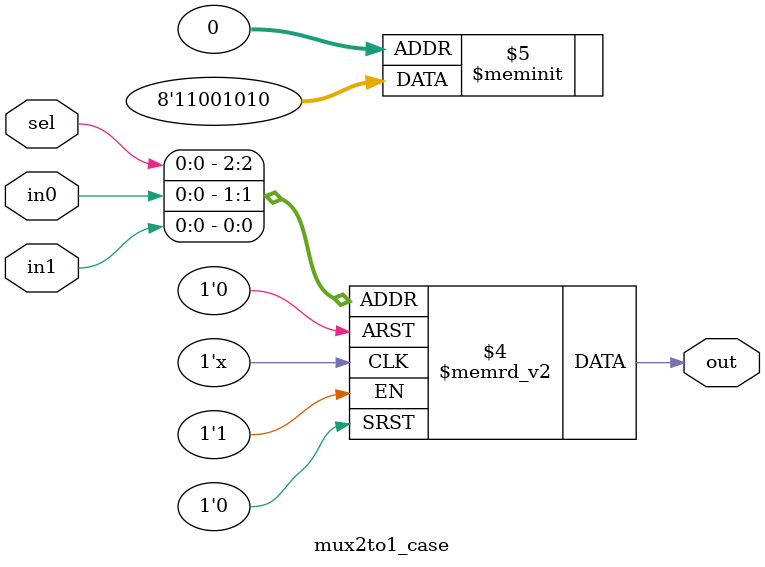
<source format=v>
module mux2to1_cond(	out,
			in0,
			in1,
			sel);

output	out			;
input	in0			;
input	in1			;
input	sel			;

assign	out	=(sel)? in1:in0	;

endmodule


module mux2to1_if(	out,
			in0,
			in1,
			sel);

output	out			;
input	in0			;
input	in1			;
input	sel			;	

reg	out			;

always @(in0, in1, sel) begin
	if(sel==1'b0) begin
	   out = in0	;
	end else begin
	   out = in1	;
	end
end
endmodule

module mux2to1_case(	out,
			in0,
			in1,
			sel);
output	out			;
input	in0			;
input	in1			;
input	sel			;	

reg	out			;

always @(in0, in1, sel) begin
	case({sel, in0, in1})
		3'b000 : {out} = 1'b0;
		3'b001 : {out} = 1'b1;
		3'b010 : {out} = 1'b0;
		3'b011 : {out} = 1'b1;
		3'b100 : {out} = 1'b0;
		3'b101 : {out} = 1'b0;
		3'b110 : {out} = 1'b1;
		3'b111 : {out} = 1'b1;
	endcase
end
endmodule

</source>
